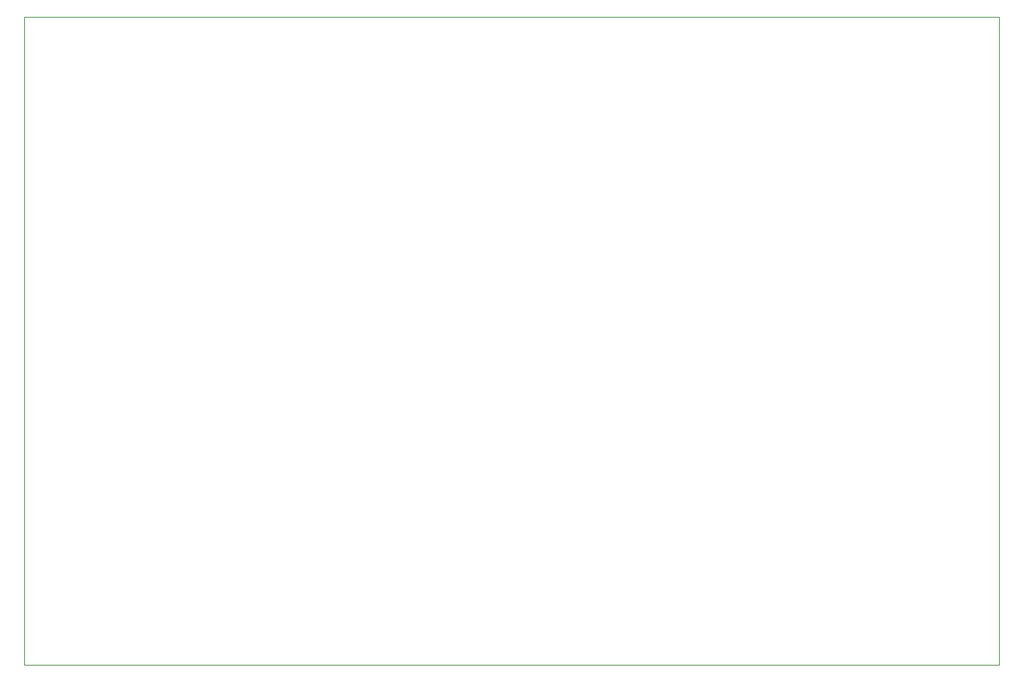
<source format=gbr>
G04 #@! TF.GenerationSoftware,KiCad,Pcbnew,5.1.9*
G04 #@! TF.CreationDate,2021-04-19T04:03:33-04:00*
G04 #@! TF.ProjectId,lm3886_psu_4ch,6c6d3338-3836-45f7-9073-755f3463682e,rev?*
G04 #@! TF.SameCoordinates,Original*
G04 #@! TF.FileFunction,Profile,NP*
%FSLAX46Y46*%
G04 Gerber Fmt 4.6, Leading zero omitted, Abs format (unit mm)*
G04 Created by KiCad (PCBNEW 5.1.9) date 2021-04-19 04:03:33*
%MOMM*%
%LPD*%
G01*
G04 APERTURE LIST*
G04 #@! TA.AperFunction,Profile*
%ADD10C,0.050000*%
G04 #@! TD*
G04 APERTURE END LIST*
D10*
X78740000Y-127762000D02*
X78740000Y-53086000D01*
X191008000Y-127762000D02*
X78740000Y-127762000D01*
X191008000Y-53086000D02*
X191008000Y-127762000D01*
X78740000Y-53086000D02*
X191008000Y-53086000D01*
M02*

</source>
